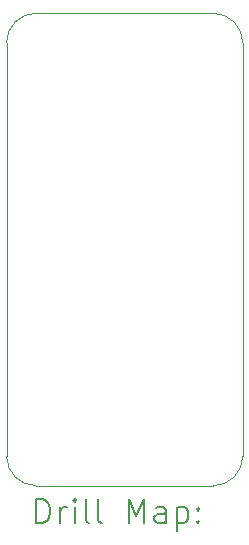
<source format=gbr>
%TF.GenerationSoftware,KiCad,Pcbnew,6.0.9+dfsg-1~bpo11+1*%
%TF.CreationDate,2022-11-11T15:12:32+01:00*%
%TF.ProjectId,013-prototype-board,3031332d-7072-46f7-946f-747970652d62,1*%
%TF.SameCoordinates,Original*%
%TF.FileFunction,Drillmap*%
%TF.FilePolarity,Positive*%
%FSLAX45Y45*%
G04 Gerber Fmt 4.5, Leading zero omitted, Abs format (unit mm)*
G04 Created by KiCad (PCBNEW 6.0.9+dfsg-1~bpo11+1) date 2022-11-11 15:12:32*
%MOMM*%
%LPD*%
G01*
G04 APERTURE LIST*
%ADD10C,0.100000*%
%ADD11C,0.200000*%
G04 APERTURE END LIST*
D10*
X15250000Y-7500000D02*
G75*
G03*
X15000000Y-7750000I0J-250000D01*
G01*
X15250000Y-7500000D02*
X16750000Y-7500000D01*
X17000000Y-7750000D02*
G75*
G03*
X16750000Y-7500000I-250000J0D01*
G01*
X15000000Y-11250000D02*
X15000000Y-7750000D01*
X15000000Y-11250000D02*
G75*
G03*
X15250000Y-11500000I250000J0D01*
G01*
X17000000Y-7750000D02*
X17000000Y-11250000D01*
X16750000Y-11500000D02*
G75*
G03*
X17000000Y-11250000I0J250000D01*
G01*
X16750000Y-11500000D02*
X15250000Y-11500000D01*
D11*
X15252619Y-11815476D02*
X15252619Y-11615476D01*
X15300238Y-11615476D01*
X15328809Y-11625000D01*
X15347857Y-11644048D01*
X15357381Y-11663095D01*
X15366905Y-11701190D01*
X15366905Y-11729762D01*
X15357381Y-11767857D01*
X15347857Y-11786905D01*
X15328809Y-11805952D01*
X15300238Y-11815476D01*
X15252619Y-11815476D01*
X15452619Y-11815476D02*
X15452619Y-11682143D01*
X15452619Y-11720238D02*
X15462143Y-11701190D01*
X15471667Y-11691667D01*
X15490714Y-11682143D01*
X15509762Y-11682143D01*
X15576428Y-11815476D02*
X15576428Y-11682143D01*
X15576428Y-11615476D02*
X15566905Y-11625000D01*
X15576428Y-11634524D01*
X15585952Y-11625000D01*
X15576428Y-11615476D01*
X15576428Y-11634524D01*
X15700238Y-11815476D02*
X15681190Y-11805952D01*
X15671667Y-11786905D01*
X15671667Y-11615476D01*
X15805000Y-11815476D02*
X15785952Y-11805952D01*
X15776428Y-11786905D01*
X15776428Y-11615476D01*
X16033571Y-11815476D02*
X16033571Y-11615476D01*
X16100238Y-11758333D01*
X16166905Y-11615476D01*
X16166905Y-11815476D01*
X16347857Y-11815476D02*
X16347857Y-11710714D01*
X16338333Y-11691667D01*
X16319286Y-11682143D01*
X16281190Y-11682143D01*
X16262143Y-11691667D01*
X16347857Y-11805952D02*
X16328809Y-11815476D01*
X16281190Y-11815476D01*
X16262143Y-11805952D01*
X16252619Y-11786905D01*
X16252619Y-11767857D01*
X16262143Y-11748809D01*
X16281190Y-11739286D01*
X16328809Y-11739286D01*
X16347857Y-11729762D01*
X16443095Y-11682143D02*
X16443095Y-11882143D01*
X16443095Y-11691667D02*
X16462143Y-11682143D01*
X16500238Y-11682143D01*
X16519286Y-11691667D01*
X16528809Y-11701190D01*
X16538333Y-11720238D01*
X16538333Y-11777381D01*
X16528809Y-11796428D01*
X16519286Y-11805952D01*
X16500238Y-11815476D01*
X16462143Y-11815476D01*
X16443095Y-11805952D01*
X16624048Y-11796428D02*
X16633571Y-11805952D01*
X16624048Y-11815476D01*
X16614524Y-11805952D01*
X16624048Y-11796428D01*
X16624048Y-11815476D01*
X16624048Y-11691667D02*
X16633571Y-11701190D01*
X16624048Y-11710714D01*
X16614524Y-11701190D01*
X16624048Y-11691667D01*
X16624048Y-11710714D01*
M02*

</source>
